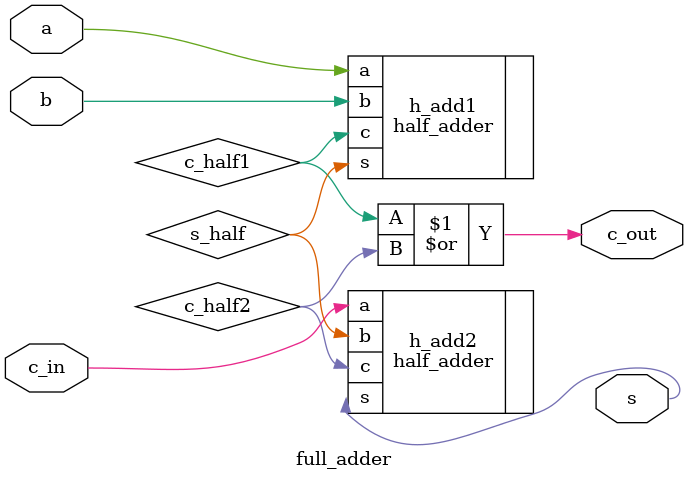
<source format=v>
`timescale 1ns / 1ps

module full_adder(
    input a,
    input b,
    input c_in,
    output s,
    output c_out
    );
	 
	 wire c_half1, c_half2, s_half;
	 
	 half_adder h_add1(.a(a),
							 .b(b),
							 .s(s_half),
							 .c(c_half1));
							
	 half_adder h_add2(.a(c_in),
							 .b(s_half),
							 .s(s),
							 .c(c_half2));
							 
	 or(c_out, c_half1, c_half2);

endmodule

</source>
